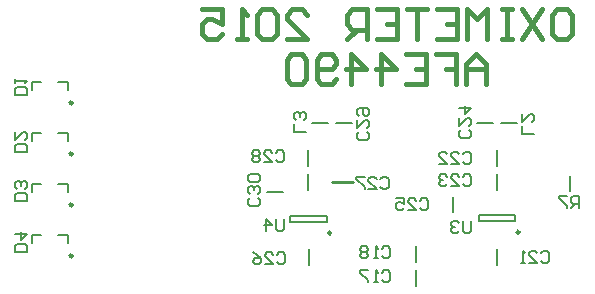
<source format=gbo>
%FSLAX23Y23*%
%MOIN*%
G70*
G01*
G75*
G04 Layer_Color=32896*
%ADD10R,0.059X0.055*%
%ADD11R,0.100X0.060*%
%ADD12R,0.055X0.059*%
%ADD13R,0.071X0.075*%
%ADD14R,0.055X0.016*%
%ADD15O,0.083X0.010*%
%ADD16O,0.010X0.083*%
%ADD17R,0.217X0.079*%
%ADD18R,0.010X0.055*%
%ADD19R,0.055X0.010*%
%ADD20R,0.163X0.163*%
%ADD21C,0.010*%
%ADD22C,0.020*%
%ADD23C,0.015*%
%ADD24O,0.050X0.040*%
%ADD25R,0.050X0.040*%
%ADD26C,0.187*%
%ADD27R,0.067X0.067*%
%ADD28C,0.067*%
%ADD29C,0.030*%
%ADD30R,0.024X0.051*%
%ADD31R,0.024X0.043*%
%ADD32C,0.024*%
%ADD33C,0.010*%
%ADD34C,0.008*%
%ADD35C,0.008*%
%ADD36C,0.006*%
%ADD37R,0.067X0.063*%
%ADD38R,0.108X0.068*%
%ADD39R,0.063X0.067*%
%ADD40R,0.079X0.083*%
%ADD41R,0.063X0.024*%
%ADD42O,0.091X0.018*%
%ADD43O,0.018X0.091*%
%ADD44R,0.225X0.087*%
%ADD45R,0.018X0.063*%
%ADD46R,0.063X0.018*%
%ADD47R,0.171X0.171*%
%ADD48O,0.058X0.048*%
%ADD49R,0.058X0.048*%
%ADD50C,0.195*%
%ADD51R,0.075X0.075*%
%ADD52C,0.075*%
%ADD53C,0.038*%
%ADD54R,0.032X0.059*%
%ADD55R,0.032X0.051*%
D21*
X1071Y620D02*
X1141D01*
D23*
X1820Y1195D02*
X1853D01*
X1870Y1178D01*
Y1112D01*
X1853Y1095D01*
X1820D01*
X1803Y1112D01*
Y1178D01*
X1820Y1195D01*
X1770D02*
X1703Y1095D01*
Y1195D02*
X1770Y1095D01*
X1670Y1195D02*
X1637D01*
X1653D01*
Y1095D01*
X1670D01*
X1637D01*
X1587D02*
Y1195D01*
X1553Y1162D01*
X1520Y1195D01*
Y1095D01*
X1420Y1195D02*
X1487D01*
Y1095D01*
X1420D01*
X1487Y1145D02*
X1453D01*
X1387Y1195D02*
X1320D01*
X1354D01*
Y1095D01*
X1220Y1195D02*
X1287D01*
Y1095D01*
X1220D01*
X1287Y1145D02*
X1254D01*
X1187Y1095D02*
Y1195D01*
X1137D01*
X1120Y1178D01*
Y1145D01*
X1137Y1128D01*
X1187D01*
X1154D02*
X1120Y1095D01*
X920D02*
X987D01*
X920Y1162D01*
Y1178D01*
X937Y1195D01*
X970D01*
X987Y1178D01*
X887D02*
X870Y1195D01*
X837D01*
X820Y1178D01*
Y1112D01*
X837Y1095D01*
X870D01*
X887Y1112D01*
Y1178D01*
X787Y1095D02*
X754D01*
X770D01*
Y1195D01*
X787Y1178D01*
X637Y1195D02*
X704D01*
Y1145D01*
X670Y1162D01*
X654D01*
X637Y1145D01*
Y1112D01*
X654Y1095D01*
X687D01*
X704Y1112D01*
X1585Y945D02*
Y1012D01*
X1552Y1045D01*
X1518Y1012D01*
Y945D01*
Y995D01*
X1585D01*
X1418Y1045D02*
X1485D01*
Y995D01*
X1452D01*
X1485D01*
Y945D01*
X1318Y1045D02*
X1385D01*
Y945D01*
X1318D01*
X1385Y995D02*
X1352D01*
X1235Y945D02*
Y1045D01*
X1285Y995D01*
X1218D01*
X1135Y945D02*
Y1045D01*
X1185Y995D01*
X1118D01*
X1085Y962D02*
X1069Y945D01*
X1035D01*
X1019Y962D01*
Y1028D01*
X1035Y1045D01*
X1069D01*
X1085Y1028D01*
Y1012D01*
X1069Y995D01*
X1019D01*
X985Y1028D02*
X969Y1045D01*
X935D01*
X919Y1028D01*
Y962D01*
X935Y945D01*
X969D01*
X985Y962D01*
Y1028D01*
D33*
X206Y884D02*
G03*
X206Y884I-5J0D01*
G01*
Y714D02*
G03*
X206Y714I-5J0D01*
G01*
Y544D02*
G03*
X206Y544I-5J0D01*
G01*
Y374D02*
G03*
X206Y374I-5J0D01*
G01*
X1696Y453D02*
G03*
X1696Y453I-5J0D01*
G01*
X1068Y450D02*
G03*
X1068Y450I-5J0D01*
G01*
D34*
X1865Y589D02*
Y641D01*
X1350Y274D02*
Y326D01*
X1350Y354D02*
Y406D01*
X1620Y344D02*
Y396D01*
Y674D02*
Y726D01*
Y594D02*
Y646D01*
X1554Y815D02*
X1606D01*
X1475Y519D02*
Y571D01*
X995Y344D02*
Y396D01*
X990Y594D02*
Y646D01*
Y674D02*
Y726D01*
X1084Y815D02*
X1136D01*
X854Y585D02*
X906D01*
X189Y925D02*
Y953D01*
X158D02*
X189D01*
X71Y925D02*
Y953D01*
X102D01*
X189Y755D02*
Y783D01*
X158D02*
X189D01*
X71Y755D02*
Y783D01*
X102D01*
X189Y585D02*
Y613D01*
X158D02*
X189D01*
X71Y585D02*
Y613D01*
X102D01*
X189Y415D02*
Y443D01*
X158D02*
X189D01*
X71Y415D02*
Y443D01*
X102D01*
X1634Y815D02*
X1686D01*
X1004D02*
X1056D01*
X1681Y490D02*
Y510D01*
X1559Y490D02*
Y510D01*
Y490D02*
X1681D01*
X1559Y510D02*
X1681D01*
X1054Y487D02*
Y507D01*
X932Y487D02*
Y507D01*
Y487D02*
X1054D01*
X932Y507D02*
X1054D01*
D35*
X1895Y533D02*
Y573D01*
X1875D01*
X1868Y566D01*
Y553D01*
X1875Y546D01*
X1895D01*
X1882D02*
X1868Y533D01*
X1855Y573D02*
X1828D01*
Y566D01*
X1855Y540D01*
Y533D01*
X1238Y318D02*
X1245Y325D01*
X1258D01*
X1265Y318D01*
Y292D01*
X1258Y285D01*
X1245D01*
X1238Y292D01*
X1225Y285D02*
X1212D01*
X1218D01*
Y325D01*
X1225Y318D01*
X1192Y325D02*
X1165D01*
Y318D01*
X1192Y292D01*
Y285D01*
X1238Y398D02*
X1245Y405D01*
X1258D01*
X1265Y398D01*
Y372D01*
X1258Y365D01*
X1245D01*
X1238Y372D01*
X1225Y365D02*
X1212D01*
X1218D01*
Y405D01*
X1225Y398D01*
X1192D02*
X1185Y405D01*
X1172D01*
X1165Y398D01*
Y392D01*
X1172Y385D01*
X1165Y378D01*
Y372D01*
X1172Y365D01*
X1185D01*
X1192Y372D01*
Y378D01*
X1185Y385D01*
X1192Y392D01*
Y398D01*
X1185Y385D02*
X1172D01*
X1768Y383D02*
X1775Y390D01*
X1788D01*
X1795Y383D01*
Y357D01*
X1788Y350D01*
X1775D01*
X1768Y357D01*
X1728Y350D02*
X1755D01*
X1728Y377D01*
Y383D01*
X1735Y390D01*
X1748D01*
X1755Y383D01*
X1715Y350D02*
X1702D01*
X1708D01*
Y390D01*
X1715Y383D01*
X1508Y713D02*
X1515Y720D01*
X1528D01*
X1535Y713D01*
Y687D01*
X1528Y680D01*
X1515D01*
X1508Y687D01*
X1468Y680D02*
X1495D01*
X1468Y707D01*
Y713D01*
X1475Y720D01*
X1488D01*
X1495Y713D01*
X1428Y680D02*
X1455D01*
X1428Y707D01*
Y713D01*
X1435Y720D01*
X1448D01*
X1455Y713D01*
X1508Y638D02*
X1515Y645D01*
X1528D01*
X1535Y638D01*
Y612D01*
X1528Y605D01*
X1515D01*
X1508Y612D01*
X1468Y605D02*
X1495D01*
X1468Y632D01*
Y638D01*
X1475Y645D01*
X1488D01*
X1495Y638D01*
X1455D02*
X1448Y645D01*
X1435D01*
X1428Y638D01*
Y632D01*
X1435Y625D01*
X1442D01*
X1435D01*
X1428Y618D01*
Y612D01*
X1435Y605D01*
X1448D01*
X1455Y612D01*
X1528Y792D02*
X1535Y785D01*
Y772D01*
X1528Y765D01*
X1502D01*
X1495Y772D01*
Y785D01*
X1502Y792D01*
X1495Y832D02*
Y805D01*
X1522Y832D01*
X1528D01*
X1535Y825D01*
Y812D01*
X1528Y805D01*
X1495Y865D02*
X1535D01*
X1515Y845D01*
Y872D01*
X1363Y558D02*
X1370Y565D01*
X1383D01*
X1390Y558D01*
Y532D01*
X1383Y525D01*
X1370D01*
X1363Y532D01*
X1323Y525D02*
X1350D01*
X1323Y552D01*
Y558D01*
X1330Y565D01*
X1343D01*
X1350Y558D01*
X1283Y565D02*
X1310D01*
Y545D01*
X1297Y552D01*
X1290D01*
X1283Y545D01*
Y532D01*
X1290Y525D01*
X1303D01*
X1310Y532D01*
X888Y378D02*
X895Y385D01*
X908D01*
X915Y378D01*
Y352D01*
X908Y345D01*
X895D01*
X888Y352D01*
X848Y345D02*
X875D01*
X848Y372D01*
Y378D01*
X855Y385D01*
X868D01*
X875Y378D01*
X808Y385D02*
X822Y378D01*
X835Y365D01*
Y352D01*
X828Y345D01*
X815D01*
X808Y352D01*
Y358D01*
X815Y365D01*
X835D01*
X1232Y630D02*
X1239Y637D01*
X1252D01*
X1259Y630D01*
Y604D01*
X1252Y597D01*
X1239D01*
X1232Y604D01*
X1192Y597D02*
X1219D01*
X1192Y624D01*
Y630D01*
X1199Y637D01*
X1212D01*
X1219Y630D01*
X1179Y637D02*
X1152D01*
Y630D01*
X1179Y604D01*
Y597D01*
X883Y718D02*
X890Y725D01*
X903D01*
X910Y718D01*
Y692D01*
X903Y685D01*
X890D01*
X883Y692D01*
X843Y685D02*
X870D01*
X843Y712D01*
Y718D01*
X850Y725D01*
X863D01*
X870Y718D01*
X830D02*
X823Y725D01*
X810D01*
X803Y718D01*
Y712D01*
X810Y705D01*
X803Y698D01*
Y692D01*
X810Y685D01*
X823D01*
X830Y692D01*
Y698D01*
X823Y705D01*
X830Y712D01*
Y718D01*
X823Y705D02*
X810D01*
X1188Y787D02*
X1195Y780D01*
Y767D01*
X1188Y760D01*
X1162D01*
X1155Y767D01*
Y780D01*
X1162Y787D01*
X1155Y827D02*
Y800D01*
X1182Y827D01*
X1188D01*
X1195Y820D01*
Y807D01*
X1188Y800D01*
X1162Y840D02*
X1155Y847D01*
Y860D01*
X1162Y867D01*
X1188D01*
X1195Y860D01*
Y847D01*
X1188Y840D01*
X1182D01*
X1175Y847D01*
Y867D01*
X823Y567D02*
X830Y560D01*
Y547D01*
X823Y540D01*
X797D01*
X790Y547D01*
Y560D01*
X797Y567D01*
X823Y580D02*
X830Y587D01*
Y600D01*
X823Y607D01*
X817D01*
X810Y600D01*
Y593D01*
Y600D01*
X803Y607D01*
X797D01*
X790Y600D01*
Y587D01*
X797Y580D01*
X823Y620D02*
X830Y627D01*
Y640D01*
X823Y647D01*
X797D01*
X790Y640D01*
Y627D01*
X797Y620D01*
X823D01*
X55Y910D02*
X15D01*
Y930D01*
X22Y937D01*
X48D01*
X55Y930D01*
Y910D01*
X15Y950D02*
Y963D01*
Y957D01*
X55D01*
X48Y950D01*
X55Y720D02*
X15D01*
Y740D01*
X22Y747D01*
X48D01*
X55Y740D01*
Y720D01*
X15Y787D02*
Y760D01*
X42Y787D01*
X48D01*
X55Y780D01*
Y767D01*
X48Y760D01*
X55Y555D02*
X15D01*
Y575D01*
X22Y582D01*
X48D01*
X55Y575D01*
Y555D01*
X48Y595D02*
X55Y602D01*
Y615D01*
X48Y622D01*
X42D01*
X35Y615D01*
Y608D01*
Y615D01*
X28Y622D01*
X22D01*
X15Y615D01*
Y602D01*
X22Y595D01*
X55Y385D02*
X15D01*
Y405D01*
X22Y412D01*
X48D01*
X55Y405D01*
Y385D01*
X15Y445D02*
X55D01*
X35Y425D01*
Y452D01*
X1745Y780D02*
X1705D01*
Y807D01*
Y847D02*
Y820D01*
X1732Y847D01*
X1738D01*
X1745Y840D01*
Y827D01*
X1738Y820D01*
X985Y785D02*
X945D01*
Y812D01*
X978Y825D02*
X985Y832D01*
Y845D01*
X978Y852D01*
X972D01*
X965Y845D01*
Y838D01*
Y845D01*
X958Y852D01*
X952D01*
X945Y845D01*
Y832D01*
X952Y825D01*
X1535Y490D02*
Y457D01*
X1528Y450D01*
X1515D01*
X1508Y457D01*
Y490D01*
X1495Y483D02*
X1488Y490D01*
X1475D01*
X1468Y483D01*
Y477D01*
X1475Y470D01*
X1482D01*
X1475D01*
X1468Y463D01*
Y457D01*
X1475Y450D01*
X1488D01*
X1495Y457D01*
X910Y495D02*
Y462D01*
X903Y455D01*
X890D01*
X883Y462D01*
Y495D01*
X850Y455D02*
Y495D01*
X870Y475D01*
X843D01*
M02*

</source>
